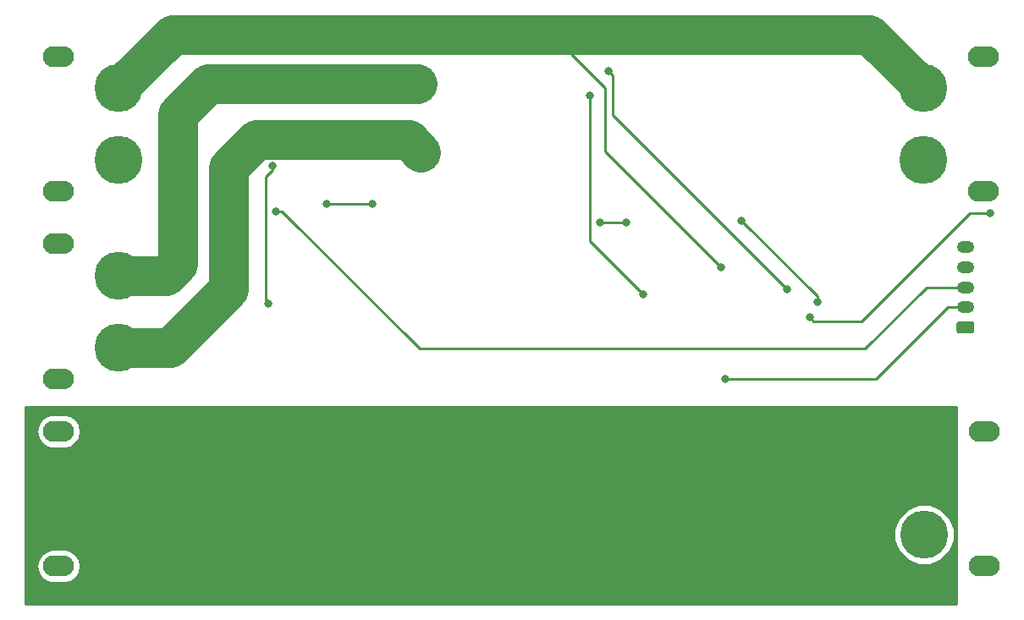
<source format=gbr>
G04 #@! TF.GenerationSoftware,KiCad,Pcbnew,5.0.1*
G04 #@! TF.CreationDate,2019-04-07T22:06:23+02:00*
G04 #@! TF.ProjectId,ppboard,7070626F6172642E6B696361645F7063,rev?*
G04 #@! TF.SameCoordinates,Original*
G04 #@! TF.FileFunction,Copper,L2,Bot,Signal*
G04 #@! TF.FilePolarity,Positive*
%FSLAX46Y46*%
G04 Gerber Fmt 4.6, Leading zero omitted, Abs format (unit mm)*
G04 Created by KiCad (PCBNEW 5.0.1) date Sun Apr  7 22:06:23 2019*
%MOMM*%
%LPD*%
G01*
G04 APERTURE LIST*
G04 #@! TA.AperFunction,ComponentPad*
%ADD10C,4.800000*%
G04 #@! TD*
G04 #@! TA.AperFunction,ComponentPad*
%ADD11O,3.100000X2.100000*%
G04 #@! TD*
G04 #@! TA.AperFunction,ComponentPad*
%ADD12C,0.600000*%
G04 #@! TD*
G04 #@! TA.AperFunction,Conductor*
%ADD13C,0.100000*%
G04 #@! TD*
G04 #@! TA.AperFunction,ComponentPad*
%ADD14C,1.200000*%
G04 #@! TD*
G04 #@! TA.AperFunction,ComponentPad*
%ADD15O,1.750000X1.200000*%
G04 #@! TD*
G04 #@! TA.AperFunction,ViaPad*
%ADD16C,0.800000*%
G04 #@! TD*
G04 #@! TA.AperFunction,Conductor*
%ADD17C,4.000000*%
G04 #@! TD*
G04 #@! TA.AperFunction,Conductor*
%ADD18C,0.250000*%
G04 #@! TD*
G04 #@! TA.AperFunction,Conductor*
%ADD19C,6.000000*%
G04 #@! TD*
G04 #@! TA.AperFunction,Conductor*
%ADD20C,0.254000*%
G04 #@! TD*
G04 APERTURE END LIST*
D10*
G04 #@! TO.P,J2,2*
G04 #@! TO.N,BAT1+*
X102000000Y-68600000D03*
G04 #@! TO.P,J2,1*
G04 #@! TO.N,BAT2+*
X102000000Y-61400000D03*
D11*
G04 #@! TO.P,J2,*
G04 #@! TO.N,*
X96000000Y-58250000D03*
X96000000Y-71750000D03*
D12*
G04 #@! TO.P,J2,2*
G04 #@! TO.N,BAT1+*
X103900000Y-68600000D03*
X103344000Y-67257000D03*
X102000000Y-66700000D03*
X103344000Y-69944000D03*
X102000000Y-70500000D03*
X100656000Y-69944000D03*
X100100000Y-68600000D03*
X100656000Y-67257000D03*
G04 #@! TO.P,J2,1*
G04 #@! TO.N,BAT2+*
X102000000Y-63300000D03*
X103344000Y-62743000D03*
X103900000Y-61400000D03*
X103344000Y-60056000D03*
X102000000Y-59500000D03*
X100656000Y-60056000D03*
X100100000Y-61400000D03*
X100656000Y-62743000D03*
G04 #@! TD*
G04 #@! TO.P,J3,1*
G04 #@! TO.N,BAT1_D-*
X100656000Y-81493000D03*
X100100000Y-80150000D03*
X100656000Y-78806000D03*
X102000000Y-78250000D03*
X103344000Y-78806000D03*
X103900000Y-80150000D03*
X103344000Y-81493000D03*
X102000000Y-82050000D03*
G04 #@! TO.P,J3,2*
X100656000Y-86007000D03*
X100100000Y-87350000D03*
X100656000Y-88694000D03*
X102000000Y-89250000D03*
X103344000Y-88694000D03*
X102000000Y-85450000D03*
X103344000Y-86007000D03*
X103900000Y-87350000D03*
D11*
G04 #@! TO.P,J3,*
G04 #@! TO.N,*
X96000000Y-90500000D03*
X96000000Y-77000000D03*
D10*
G04 #@! TO.P,J3,1*
G04 #@! TO.N,BAT1_D-*
X102000000Y-80150000D03*
G04 #@! TO.P,J3,2*
X102000000Y-87350000D03*
G04 #@! TD*
G04 #@! TO.P,J1,2*
G04 #@! TO.N,BAT1_C-*
X102000000Y-49850000D03*
G04 #@! TO.P,J1,1*
X102000000Y-42650000D03*
D11*
G04 #@! TO.P,J1,*
G04 #@! TO.N,*
X96000000Y-39500000D03*
X96000000Y-53000000D03*
D12*
G04 #@! TO.P,J1,2*
G04 #@! TO.N,BAT1_C-*
X103900000Y-49850000D03*
X103344000Y-48507000D03*
X102000000Y-47950000D03*
X103344000Y-51194000D03*
X102000000Y-51750000D03*
X100656000Y-51194000D03*
X100100000Y-49850000D03*
X100656000Y-48507000D03*
G04 #@! TO.P,J1,1*
X102000000Y-44550000D03*
X103344000Y-43993000D03*
X103900000Y-42650000D03*
X103344000Y-41306000D03*
X102000000Y-40750000D03*
X100656000Y-41306000D03*
X100100000Y-42650000D03*
X100656000Y-43993000D03*
G04 #@! TD*
D10*
G04 #@! TO.P,J4,2*
G04 #@! TO.N,BAT1_C-*
X182500000Y-42650000D03*
G04 #@! TO.P,J4,1*
G04 #@! TO.N,CHRG+*
X182500000Y-49850000D03*
D11*
G04 #@! TO.P,J4,*
G04 #@! TO.N,*
X188500000Y-53000000D03*
X188500000Y-39500000D03*
D12*
G04 #@! TO.P,J4,2*
G04 #@! TO.N,BAT1_C-*
X180600000Y-42650000D03*
X181156000Y-43993000D03*
X182500000Y-44550000D03*
X181156000Y-41306000D03*
X182500000Y-40750000D03*
X183844000Y-41306000D03*
X184400000Y-42650000D03*
X183844000Y-43993000D03*
G04 #@! TO.P,J4,1*
G04 #@! TO.N,CHRG+*
X182500000Y-47950000D03*
X181156000Y-48507000D03*
X180600000Y-49850000D03*
X181156000Y-51194000D03*
X182500000Y-51750000D03*
X183844000Y-51194000D03*
X184400000Y-49850000D03*
X183844000Y-48507000D03*
G04 #@! TD*
G04 #@! TO.P,J5,1*
G04 #@! TO.N,OUT+*
X183944000Y-86007000D03*
X184500000Y-87350000D03*
X183944000Y-88694000D03*
X182600000Y-89250000D03*
X181256000Y-88694000D03*
X180700000Y-87350000D03*
X181256000Y-86007000D03*
X182600000Y-85450000D03*
G04 #@! TO.P,J5,2*
G04 #@! TO.N,BAT1_D-*
X183944000Y-81493000D03*
X184500000Y-80150000D03*
X183944000Y-78806000D03*
X182600000Y-78250000D03*
X181256000Y-78806000D03*
X182600000Y-82050000D03*
X181256000Y-81493000D03*
X180700000Y-80150000D03*
D11*
G04 #@! TO.P,J5,*
G04 #@! TO.N,*
X188600000Y-77000000D03*
X188600000Y-90500000D03*
D10*
G04 #@! TO.P,J5,1*
G04 #@! TO.N,OUT+*
X182600000Y-87350000D03*
G04 #@! TO.P,J5,2*
G04 #@! TO.N,BAT1_D-*
X182600000Y-80150000D03*
G04 #@! TD*
D13*
G04 #@! TO.N,SW4*
G04 #@! TO.C,J6*
G36*
X187374505Y-66001204D02*
X187398773Y-66004804D01*
X187422572Y-66010765D01*
X187445671Y-66019030D01*
X187467850Y-66029520D01*
X187488893Y-66042132D01*
X187508599Y-66056747D01*
X187526777Y-66073223D01*
X187543253Y-66091401D01*
X187557868Y-66111107D01*
X187570480Y-66132150D01*
X187580970Y-66154329D01*
X187589235Y-66177428D01*
X187595196Y-66201227D01*
X187598796Y-66225495D01*
X187600000Y-66249999D01*
X187600000Y-66950001D01*
X187598796Y-66974505D01*
X187595196Y-66998773D01*
X187589235Y-67022572D01*
X187580970Y-67045671D01*
X187570480Y-67067850D01*
X187557868Y-67088893D01*
X187543253Y-67108599D01*
X187526777Y-67126777D01*
X187508599Y-67143253D01*
X187488893Y-67157868D01*
X187467850Y-67170480D01*
X187445671Y-67180970D01*
X187422572Y-67189235D01*
X187398773Y-67195196D01*
X187374505Y-67198796D01*
X187350001Y-67200000D01*
X186099999Y-67200000D01*
X186075495Y-67198796D01*
X186051227Y-67195196D01*
X186027428Y-67189235D01*
X186004329Y-67180970D01*
X185982150Y-67170480D01*
X185961107Y-67157868D01*
X185941401Y-67143253D01*
X185923223Y-67126777D01*
X185906747Y-67108599D01*
X185892132Y-67088893D01*
X185879520Y-67067850D01*
X185869030Y-67045671D01*
X185860765Y-67022572D01*
X185854804Y-66998773D01*
X185851204Y-66974505D01*
X185850000Y-66950001D01*
X185850000Y-66249999D01*
X185851204Y-66225495D01*
X185854804Y-66201227D01*
X185860765Y-66177428D01*
X185869030Y-66154329D01*
X185879520Y-66132150D01*
X185892132Y-66111107D01*
X185906747Y-66091401D01*
X185923223Y-66073223D01*
X185941401Y-66056747D01*
X185961107Y-66042132D01*
X185982150Y-66029520D01*
X186004329Y-66019030D01*
X186027428Y-66010765D01*
X186051227Y-66004804D01*
X186075495Y-66001204D01*
X186099999Y-66000000D01*
X187350001Y-66000000D01*
X187374505Y-66001204D01*
X187374505Y-66001204D01*
G37*
D14*
G04 #@! TD*
G04 #@! TO.P,J6,1*
G04 #@! TO.N,SW4*
X186725000Y-66600000D03*
D15*
G04 #@! TO.P,J6,2*
G04 #@! TO.N,SW2*
X186725000Y-64600000D03*
G04 #@! TO.P,J6,3*
G04 #@! TO.N,SW3*
X186725000Y-62600000D03*
G04 #@! TO.P,J6,4*
G04 #@! TO.N,SW1*
X186725000Y-60600000D03*
G04 #@! TO.P,J6,5*
G04 #@! TO.N,Net-(D17-Pad1)*
X186725000Y-58600000D03*
G04 #@! TD*
D16*
G04 #@! TO.N,BAT1_C-*
X162284000Y-60567500D03*
G04 #@! TO.N,CHRG+*
X171893256Y-64055187D03*
X164316000Y-55932000D03*
G04 #@! TO.N,BAT1_D-*
X104880000Y-92571500D03*
X120818500Y-93524000D03*
X110277500Y-88126500D03*
X122787000Y-54281000D03*
X127359000Y-54281000D03*
G04 #@! TO.N,BAT1+*
X132250000Y-49050000D03*
X150155500Y-56122500D03*
X152822500Y-56122500D03*
G04 #@! TO.N,BAT2+*
X131900000Y-42200000D03*
X110976000Y-42216000D03*
X151044500Y-40946000D03*
X168911662Y-62822982D03*
G04 #@! TO.N,SW3*
X117770500Y-54979500D03*
G04 #@! TO.N,SW2*
X162665000Y-71807000D03*
G04 #@! TO.N,Net-(Q2-Pad4)*
X154473500Y-63275000D03*
X149150000Y-43375000D03*
G04 #@! TO.N,Net-(Q3-Pad4)*
X117389501Y-50404000D03*
X117000000Y-64225000D03*
G04 #@! TO.N,Net-(Q4-Pad4)*
X171146739Y-65601697D03*
X189208000Y-55170000D03*
G04 #@! TD*
D17*
G04 #@! TO.N,BAT1_C-*
X107374990Y-37275010D02*
X102000000Y-42650000D01*
D18*
X181979500Y-42650000D02*
X182500000Y-42650000D01*
D17*
X147298000Y-37275010D02*
X107374990Y-37275010D01*
D18*
X147298000Y-39223000D02*
X147298000Y-37275010D01*
X150700000Y-42625000D02*
X147298000Y-39223000D01*
X162284000Y-60567500D02*
X150700000Y-48983500D01*
X150700000Y-48983500D02*
X150700000Y-42625000D01*
D17*
X182500000Y-42650000D02*
X177125010Y-37275010D01*
X177125010Y-37275010D02*
X147298000Y-37275010D01*
D18*
G04 #@! TO.N,CHRG+*
X171893256Y-63489502D02*
X164335754Y-55932000D01*
X171893256Y-64055187D02*
X171893256Y-63489502D01*
X164335754Y-55932000D02*
X164316000Y-55932000D01*
D19*
G04 #@! TO.N,BAT1_D-*
X102000000Y-87350000D02*
X102000000Y-80150000D01*
D18*
X104399999Y-77750001D02*
X104399999Y-75779501D01*
X102000000Y-80150000D02*
X104399999Y-77750001D01*
X127359000Y-54281000D02*
X122787000Y-54281000D01*
D17*
G04 #@! TO.N,BAT1+*
X113008000Y-62790000D02*
X113008000Y-50598000D01*
X113008000Y-50598000D02*
X115802000Y-47804000D01*
X107166000Y-68632000D02*
X113008000Y-62790000D01*
X105517711Y-68600000D02*
X105549711Y-68632000D01*
X131004000Y-47804000D02*
X132250000Y-49050000D01*
X102000000Y-68600000D02*
X105517711Y-68600000D01*
X115802000Y-47804000D02*
X131004000Y-47804000D01*
X105549711Y-68632000D02*
X107166000Y-68632000D01*
D18*
X152822500Y-56122500D02*
X152822500Y-56122500D01*
X150155500Y-56122500D02*
X152822500Y-56122500D01*
D17*
G04 #@! TO.N,BAT2+*
X102000000Y-61400000D02*
X106778000Y-61400000D01*
X106778000Y-61400000D02*
X107928000Y-60250000D01*
X107928000Y-45264000D02*
X110976000Y-42216000D01*
X107928000Y-60250000D02*
X107928000Y-45264000D01*
X131884000Y-42216000D02*
X131900000Y-42200000D01*
X110976000Y-42216000D02*
X116056000Y-42216000D01*
X116056000Y-42216000D02*
X131884000Y-42216000D01*
D18*
X151444499Y-41345999D02*
X151444499Y-45355819D01*
X151044500Y-40946000D02*
X151444499Y-41345999D01*
X151444499Y-45355819D02*
X168511663Y-62422983D01*
X168511663Y-62422983D02*
X168911662Y-62822982D01*
G04 #@! TO.N,SW3*
X118336185Y-54979500D02*
X132115685Y-68759000D01*
X117770500Y-54979500D02*
X118336185Y-54979500D01*
X132115685Y-68759000D02*
X176698500Y-68759000D01*
X182857500Y-62600000D02*
X186725000Y-62600000D01*
X176698500Y-68759000D02*
X182857500Y-62600000D01*
G04 #@! TO.N,SW2*
X186725000Y-64600000D02*
X184985000Y-64600000D01*
X177778000Y-71807000D02*
X183556500Y-66028500D01*
X162665000Y-71807000D02*
X177778000Y-71807000D01*
X184985000Y-64600000D02*
X183556500Y-66028500D01*
X183556500Y-66028500D02*
X183429500Y-66155500D01*
G04 #@! TO.N,Net-(Q2-Pad4)*
X154473500Y-63275000D02*
X149139500Y-57941000D01*
X149139500Y-57941000D02*
X149139500Y-50090000D01*
X149139500Y-50090000D02*
X149139500Y-43385500D01*
X149139500Y-43385500D02*
X149150000Y-43375000D01*
G04 #@! TO.N,Net-(Q3-Pad4)*
X116750001Y-51491499D02*
X117389500Y-50852000D01*
X116750001Y-56308501D02*
X116750001Y-51491499D01*
X117389500Y-50852000D02*
X117389500Y-50404001D01*
X117389500Y-50404001D02*
X117389501Y-50404000D01*
X116750001Y-56308501D02*
X116750001Y-63975001D01*
X116750001Y-63975001D02*
X117000000Y-64225000D01*
G04 #@! TO.N,Net-(Q4-Pad4)*
X171546738Y-66001696D02*
X176344304Y-66001696D01*
X171146739Y-65601697D02*
X171546738Y-66001696D01*
X176344304Y-66001696D02*
X184671010Y-57674990D01*
X184671010Y-57674990D02*
X187176000Y-55170000D01*
X187176000Y-55170000D02*
X189208000Y-55170000D01*
G04 #@! TD*
D20*
G04 #@! TO.N,BAT1_D-*
G36*
X185779000Y-94290000D02*
X92710000Y-94290000D01*
X92710000Y-90500000D01*
X93781989Y-90500000D01*
X93912765Y-91157454D01*
X94285183Y-91714817D01*
X94842546Y-92087235D01*
X95334043Y-92185000D01*
X96665957Y-92185000D01*
X97157454Y-92087235D01*
X97714817Y-91714817D01*
X98087235Y-91157454D01*
X98218011Y-90500000D01*
X98087235Y-89842546D01*
X97714817Y-89285183D01*
X97157454Y-88912765D01*
X96665957Y-88815000D01*
X95334043Y-88815000D01*
X94842546Y-88912765D01*
X94285183Y-89285183D01*
X93912765Y-89842546D01*
X93781989Y-90500000D01*
X92710000Y-90500000D01*
X92710000Y-86746301D01*
X179565000Y-86746301D01*
X179565000Y-87953699D01*
X180027051Y-89069189D01*
X180880811Y-89922949D01*
X181996301Y-90385000D01*
X183203699Y-90385000D01*
X184319189Y-89922949D01*
X185172949Y-89069189D01*
X185635000Y-87953699D01*
X185635000Y-86746301D01*
X185172949Y-85630811D01*
X184319189Y-84777051D01*
X183203699Y-84315000D01*
X181996301Y-84315000D01*
X180880811Y-84777051D01*
X180027051Y-85630811D01*
X179565000Y-86746301D01*
X92710000Y-86746301D01*
X92710000Y-77000000D01*
X93781989Y-77000000D01*
X93912765Y-77657454D01*
X94285183Y-78214817D01*
X94842546Y-78587235D01*
X95334043Y-78685000D01*
X96665957Y-78685000D01*
X97157454Y-78587235D01*
X97714817Y-78214817D01*
X98087235Y-77657454D01*
X98218011Y-77000000D01*
X98087235Y-76342546D01*
X97714817Y-75785183D01*
X97157454Y-75412765D01*
X96665957Y-75315000D01*
X95334043Y-75315000D01*
X94842546Y-75412765D01*
X94285183Y-75785183D01*
X93912765Y-76342546D01*
X93781989Y-77000000D01*
X92710000Y-77000000D01*
X92710000Y-74601000D01*
X185779000Y-74601000D01*
X185779000Y-94290000D01*
X185779000Y-94290000D01*
G37*
X185779000Y-94290000D02*
X92710000Y-94290000D01*
X92710000Y-90500000D01*
X93781989Y-90500000D01*
X93912765Y-91157454D01*
X94285183Y-91714817D01*
X94842546Y-92087235D01*
X95334043Y-92185000D01*
X96665957Y-92185000D01*
X97157454Y-92087235D01*
X97714817Y-91714817D01*
X98087235Y-91157454D01*
X98218011Y-90500000D01*
X98087235Y-89842546D01*
X97714817Y-89285183D01*
X97157454Y-88912765D01*
X96665957Y-88815000D01*
X95334043Y-88815000D01*
X94842546Y-88912765D01*
X94285183Y-89285183D01*
X93912765Y-89842546D01*
X93781989Y-90500000D01*
X92710000Y-90500000D01*
X92710000Y-86746301D01*
X179565000Y-86746301D01*
X179565000Y-87953699D01*
X180027051Y-89069189D01*
X180880811Y-89922949D01*
X181996301Y-90385000D01*
X183203699Y-90385000D01*
X184319189Y-89922949D01*
X185172949Y-89069189D01*
X185635000Y-87953699D01*
X185635000Y-86746301D01*
X185172949Y-85630811D01*
X184319189Y-84777051D01*
X183203699Y-84315000D01*
X181996301Y-84315000D01*
X180880811Y-84777051D01*
X180027051Y-85630811D01*
X179565000Y-86746301D01*
X92710000Y-86746301D01*
X92710000Y-77000000D01*
X93781989Y-77000000D01*
X93912765Y-77657454D01*
X94285183Y-78214817D01*
X94842546Y-78587235D01*
X95334043Y-78685000D01*
X96665957Y-78685000D01*
X97157454Y-78587235D01*
X97714817Y-78214817D01*
X98087235Y-77657454D01*
X98218011Y-77000000D01*
X98087235Y-76342546D01*
X97714817Y-75785183D01*
X97157454Y-75412765D01*
X96665957Y-75315000D01*
X95334043Y-75315000D01*
X94842546Y-75412765D01*
X94285183Y-75785183D01*
X93912765Y-76342546D01*
X93781989Y-77000000D01*
X92710000Y-77000000D01*
X92710000Y-74601000D01*
X185779000Y-74601000D01*
X185779000Y-94290000D01*
G04 #@! TD*
M02*

</source>
